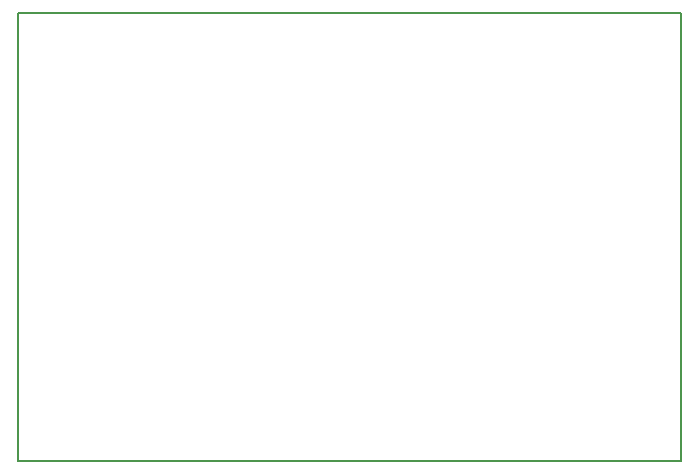
<source format=gm1>
G04 MADE WITH FRITZING*
G04 WWW.FRITZING.ORG*
G04 DOUBLE SIDED*
G04 HOLES PLATED*
G04 CONTOUR ON CENTER OF CONTOUR VECTOR*
%ASAXBY*%
%FSLAX23Y23*%
%MOIN*%
%OFA0B0*%
%SFA1.0B1.0*%
%ADD10R,2.217570X1.501000*%
%ADD11C,0.008000*%
%ADD10C,0.008*%
%LNCONTOUR*%
G90*
G70*
G54D10*
G54D11*
X4Y1497D02*
X2214Y1497D01*
X2214Y4D01*
X4Y4D01*
X4Y1497D01*
D02*
G04 End of contour*
M02*
</source>
